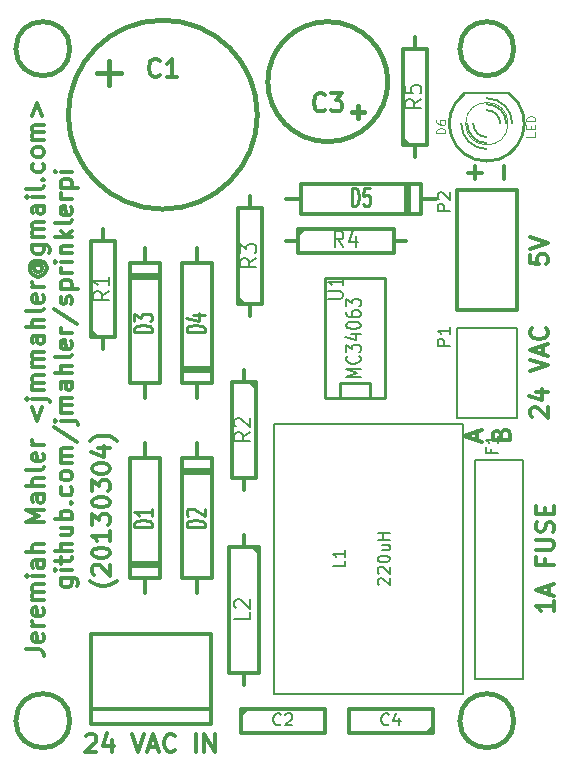
<source format=gto>
G04 (created by PCBNEW (2013-jul-07)-stable) date Tue 04 Mar 2014 03:18:45 PM PST*
%MOIN*%
G04 Gerber Fmt 3.4, Leading zero omitted, Abs format*
%FSLAX34Y34*%
G01*
G70*
G90*
G04 APERTURE LIST*
%ADD10C,0.00590551*%
%ADD11C,0.011811*%
%ADD12C,0.012*%
%ADD13C,0.008*%
%ADD14C,0.015*%
%ADD15C,0.01*%
%ADD16C,0.003*%
%ADD17C,0.006*%
%ADD18C,0.0035*%
G04 APERTURE END LIST*
G54D10*
G54D11*
X61064Y-39334D02*
X61035Y-39362D01*
X60951Y-39418D01*
X60895Y-39446D01*
X60810Y-39474D01*
X60670Y-39502D01*
X60557Y-39502D01*
X60417Y-39474D01*
X60332Y-39446D01*
X60276Y-39418D01*
X60192Y-39362D01*
X60164Y-39334D01*
X60304Y-39137D02*
X60276Y-39109D01*
X60248Y-39052D01*
X60248Y-38912D01*
X60276Y-38856D01*
X60304Y-38827D01*
X60360Y-38799D01*
X60417Y-38799D01*
X60501Y-38827D01*
X60839Y-39165D01*
X60839Y-38799D01*
X60248Y-38434D02*
X60248Y-38377D01*
X60276Y-38321D01*
X60304Y-38293D01*
X60360Y-38265D01*
X60473Y-38237D01*
X60614Y-38237D01*
X60726Y-38265D01*
X60782Y-38293D01*
X60810Y-38321D01*
X60839Y-38377D01*
X60839Y-38434D01*
X60810Y-38490D01*
X60782Y-38518D01*
X60726Y-38546D01*
X60614Y-38574D01*
X60473Y-38574D01*
X60360Y-38546D01*
X60304Y-38518D01*
X60276Y-38490D01*
X60248Y-38434D01*
X60839Y-37674D02*
X60839Y-38012D01*
X60839Y-37843D02*
X60248Y-37843D01*
X60332Y-37899D01*
X60389Y-37956D01*
X60417Y-38012D01*
X60248Y-37478D02*
X60248Y-37112D01*
X60473Y-37309D01*
X60473Y-37224D01*
X60501Y-37168D01*
X60529Y-37140D01*
X60585Y-37112D01*
X60726Y-37112D01*
X60782Y-37140D01*
X60810Y-37168D01*
X60839Y-37224D01*
X60839Y-37393D01*
X60810Y-37449D01*
X60782Y-37478D01*
X60248Y-36746D02*
X60248Y-36690D01*
X60276Y-36634D01*
X60304Y-36606D01*
X60360Y-36578D01*
X60473Y-36550D01*
X60614Y-36550D01*
X60726Y-36578D01*
X60782Y-36606D01*
X60810Y-36634D01*
X60839Y-36690D01*
X60839Y-36746D01*
X60810Y-36803D01*
X60782Y-36831D01*
X60726Y-36859D01*
X60614Y-36887D01*
X60473Y-36887D01*
X60360Y-36859D01*
X60304Y-36831D01*
X60276Y-36803D01*
X60248Y-36746D01*
X60248Y-36353D02*
X60248Y-35987D01*
X60473Y-36184D01*
X60473Y-36100D01*
X60501Y-36043D01*
X60529Y-36015D01*
X60585Y-35987D01*
X60726Y-35987D01*
X60782Y-36015D01*
X60810Y-36043D01*
X60839Y-36100D01*
X60839Y-36268D01*
X60810Y-36325D01*
X60782Y-36353D01*
X60248Y-35622D02*
X60248Y-35565D01*
X60276Y-35509D01*
X60304Y-35481D01*
X60360Y-35453D01*
X60473Y-35425D01*
X60614Y-35425D01*
X60726Y-35453D01*
X60782Y-35481D01*
X60810Y-35509D01*
X60839Y-35565D01*
X60839Y-35622D01*
X60810Y-35678D01*
X60782Y-35706D01*
X60726Y-35734D01*
X60614Y-35762D01*
X60473Y-35762D01*
X60360Y-35734D01*
X60304Y-35706D01*
X60276Y-35678D01*
X60248Y-35622D01*
X60445Y-34919D02*
X60839Y-34919D01*
X60220Y-35059D02*
X60642Y-35200D01*
X60642Y-34834D01*
X61064Y-34665D02*
X61035Y-34637D01*
X60951Y-34581D01*
X60895Y-34553D01*
X60810Y-34525D01*
X60670Y-34497D01*
X60557Y-34497D01*
X60417Y-34525D01*
X60332Y-34553D01*
X60276Y-34581D01*
X60192Y-34637D01*
X60164Y-34665D01*
X74848Y-28478D02*
X74848Y-28759D01*
X75129Y-28787D01*
X75101Y-28759D01*
X75073Y-28703D01*
X75073Y-28562D01*
X75101Y-28506D01*
X75129Y-28478D01*
X75185Y-28450D01*
X75326Y-28450D01*
X75382Y-28478D01*
X75410Y-28506D01*
X75439Y-28562D01*
X75439Y-28703D01*
X75410Y-28759D01*
X75382Y-28787D01*
X74848Y-28281D02*
X75439Y-28084D01*
X74848Y-27887D01*
X73070Y-34640D02*
X73070Y-34359D01*
X73239Y-34696D02*
X72648Y-34500D01*
X73239Y-34303D01*
X73874Y-34457D02*
X73902Y-34373D01*
X73930Y-34345D01*
X73987Y-34317D01*
X74071Y-34317D01*
X74127Y-34345D01*
X74155Y-34373D01*
X74183Y-34429D01*
X74183Y-34654D01*
X73593Y-34654D01*
X73593Y-34457D01*
X73621Y-34401D01*
X73649Y-34373D01*
X73705Y-34345D01*
X73762Y-34345D01*
X73818Y-34373D01*
X73846Y-34401D01*
X73874Y-34457D01*
X73874Y-34654D01*
X74904Y-33876D02*
X74876Y-33848D01*
X74848Y-33792D01*
X74848Y-33651D01*
X74876Y-33595D01*
X74904Y-33567D01*
X74960Y-33538D01*
X75017Y-33538D01*
X75101Y-33567D01*
X75439Y-33904D01*
X75439Y-33538D01*
X75045Y-33032D02*
X75439Y-33032D01*
X74820Y-33173D02*
X75242Y-33313D01*
X75242Y-32948D01*
X74848Y-32357D02*
X75439Y-32160D01*
X74848Y-31964D01*
X75270Y-31795D02*
X75270Y-31514D01*
X75439Y-31851D02*
X74848Y-31654D01*
X75439Y-31457D01*
X75382Y-30923D02*
X75410Y-30951D01*
X75439Y-31036D01*
X75439Y-31092D01*
X75410Y-31176D01*
X75354Y-31232D01*
X75298Y-31261D01*
X75185Y-31289D01*
X75101Y-31289D01*
X74989Y-31261D01*
X74932Y-31232D01*
X74876Y-31176D01*
X74848Y-31092D01*
X74848Y-31036D01*
X74876Y-30951D01*
X74904Y-30923D01*
X75639Y-40020D02*
X75639Y-40357D01*
X75639Y-40188D02*
X75048Y-40188D01*
X75132Y-40245D01*
X75189Y-40301D01*
X75217Y-40357D01*
X75470Y-39795D02*
X75470Y-39513D01*
X75639Y-39851D02*
X75048Y-39654D01*
X75639Y-39457D01*
X75329Y-38614D02*
X75329Y-38810D01*
X75639Y-38810D02*
X75048Y-38810D01*
X75048Y-38529D01*
X75048Y-38304D02*
X75526Y-38304D01*
X75582Y-38276D01*
X75610Y-38248D01*
X75639Y-38192D01*
X75639Y-38079D01*
X75610Y-38023D01*
X75582Y-37995D01*
X75526Y-37967D01*
X75048Y-37967D01*
X75610Y-37714D02*
X75639Y-37629D01*
X75639Y-37489D01*
X75610Y-37432D01*
X75582Y-37404D01*
X75526Y-37376D01*
X75470Y-37376D01*
X75414Y-37404D01*
X75385Y-37432D01*
X75357Y-37489D01*
X75329Y-37601D01*
X75301Y-37657D01*
X75273Y-37686D01*
X75217Y-37714D01*
X75160Y-37714D01*
X75104Y-37686D01*
X75076Y-37657D01*
X75048Y-37601D01*
X75048Y-37461D01*
X75076Y-37376D01*
X75329Y-37123D02*
X75329Y-36926D01*
X75639Y-36842D02*
X75639Y-37123D01*
X75048Y-37123D01*
X75048Y-36842D01*
X60048Y-44504D02*
X60076Y-44476D01*
X60133Y-44448D01*
X60273Y-44448D01*
X60329Y-44476D01*
X60358Y-44504D01*
X60386Y-44560D01*
X60386Y-44617D01*
X60358Y-44701D01*
X60020Y-45039D01*
X60386Y-45039D01*
X60892Y-44645D02*
X60892Y-45039D01*
X60751Y-44420D02*
X60611Y-44842D01*
X60976Y-44842D01*
X61567Y-44448D02*
X61764Y-45039D01*
X61960Y-44448D01*
X62129Y-44870D02*
X62410Y-44870D01*
X62073Y-45039D02*
X62270Y-44448D01*
X62467Y-45039D01*
X63001Y-44982D02*
X62973Y-45010D01*
X62888Y-45039D01*
X62832Y-45039D01*
X62748Y-45010D01*
X62692Y-44954D01*
X62664Y-44898D01*
X62635Y-44785D01*
X62635Y-44701D01*
X62664Y-44589D01*
X62692Y-44532D01*
X62748Y-44476D01*
X62832Y-44448D01*
X62888Y-44448D01*
X62973Y-44476D01*
X63001Y-44504D01*
X63704Y-45039D02*
X63704Y-44448D01*
X63985Y-45039D02*
X63985Y-44448D01*
X64323Y-45039D01*
X64323Y-44448D01*
X73014Y-25959D02*
X73014Y-25509D01*
X73239Y-25734D02*
X72789Y-25734D01*
X73958Y-25959D02*
X73958Y-25509D01*
X58048Y-41626D02*
X58470Y-41626D01*
X58554Y-41655D01*
X58610Y-41711D01*
X58639Y-41795D01*
X58639Y-41851D01*
X58610Y-41120D02*
X58639Y-41177D01*
X58639Y-41289D01*
X58610Y-41345D01*
X58554Y-41373D01*
X58329Y-41373D01*
X58273Y-41345D01*
X58245Y-41289D01*
X58245Y-41177D01*
X58273Y-41120D01*
X58329Y-41092D01*
X58385Y-41092D01*
X58442Y-41373D01*
X58639Y-40839D02*
X58245Y-40839D01*
X58357Y-40839D02*
X58301Y-40811D01*
X58273Y-40783D01*
X58245Y-40727D01*
X58245Y-40670D01*
X58610Y-40249D02*
X58639Y-40305D01*
X58639Y-40417D01*
X58610Y-40474D01*
X58554Y-40502D01*
X58329Y-40502D01*
X58273Y-40474D01*
X58245Y-40417D01*
X58245Y-40305D01*
X58273Y-40249D01*
X58329Y-40220D01*
X58385Y-40220D01*
X58442Y-40502D01*
X58639Y-39967D02*
X58245Y-39967D01*
X58301Y-39967D02*
X58273Y-39939D01*
X58245Y-39883D01*
X58245Y-39799D01*
X58273Y-39742D01*
X58329Y-39714D01*
X58639Y-39714D01*
X58329Y-39714D02*
X58273Y-39686D01*
X58245Y-39630D01*
X58245Y-39546D01*
X58273Y-39489D01*
X58329Y-39461D01*
X58639Y-39461D01*
X58639Y-39180D02*
X58245Y-39180D01*
X58048Y-39180D02*
X58076Y-39208D01*
X58104Y-39180D01*
X58076Y-39152D01*
X58048Y-39180D01*
X58104Y-39180D01*
X58639Y-38646D02*
X58329Y-38646D01*
X58273Y-38674D01*
X58245Y-38730D01*
X58245Y-38842D01*
X58273Y-38899D01*
X58610Y-38646D02*
X58639Y-38702D01*
X58639Y-38842D01*
X58610Y-38899D01*
X58554Y-38927D01*
X58498Y-38927D01*
X58442Y-38899D01*
X58414Y-38842D01*
X58414Y-38702D01*
X58385Y-38646D01*
X58639Y-38364D02*
X58048Y-38364D01*
X58639Y-38111D02*
X58329Y-38111D01*
X58273Y-38139D01*
X58245Y-38196D01*
X58245Y-38280D01*
X58273Y-38336D01*
X58301Y-38364D01*
X58639Y-37380D02*
X58048Y-37380D01*
X58470Y-37183D01*
X58048Y-36986D01*
X58639Y-36986D01*
X58639Y-36452D02*
X58329Y-36452D01*
X58273Y-36480D01*
X58245Y-36537D01*
X58245Y-36649D01*
X58273Y-36705D01*
X58610Y-36452D02*
X58639Y-36508D01*
X58639Y-36649D01*
X58610Y-36705D01*
X58554Y-36733D01*
X58498Y-36733D01*
X58442Y-36705D01*
X58414Y-36649D01*
X58414Y-36508D01*
X58385Y-36452D01*
X58639Y-36171D02*
X58048Y-36171D01*
X58639Y-35918D02*
X58329Y-35918D01*
X58273Y-35946D01*
X58245Y-36002D01*
X58245Y-36087D01*
X58273Y-36143D01*
X58301Y-36171D01*
X58639Y-35552D02*
X58610Y-35608D01*
X58554Y-35637D01*
X58048Y-35637D01*
X58610Y-35102D02*
X58639Y-35159D01*
X58639Y-35271D01*
X58610Y-35327D01*
X58554Y-35355D01*
X58329Y-35355D01*
X58273Y-35327D01*
X58245Y-35271D01*
X58245Y-35159D01*
X58273Y-35102D01*
X58329Y-35074D01*
X58385Y-35074D01*
X58442Y-35355D01*
X58639Y-34821D02*
X58245Y-34821D01*
X58357Y-34821D02*
X58301Y-34793D01*
X58273Y-34765D01*
X58245Y-34709D01*
X58245Y-34652D01*
X58245Y-33556D02*
X58414Y-34006D01*
X58582Y-33556D01*
X58245Y-33274D02*
X58751Y-33274D01*
X58807Y-33303D01*
X58835Y-33359D01*
X58835Y-33387D01*
X58048Y-33274D02*
X58076Y-33303D01*
X58104Y-33274D01*
X58076Y-33246D01*
X58048Y-33274D01*
X58104Y-33274D01*
X58639Y-32993D02*
X58245Y-32993D01*
X58301Y-32993D02*
X58273Y-32965D01*
X58245Y-32909D01*
X58245Y-32824D01*
X58273Y-32768D01*
X58329Y-32740D01*
X58639Y-32740D01*
X58329Y-32740D02*
X58273Y-32712D01*
X58245Y-32656D01*
X58245Y-32571D01*
X58273Y-32515D01*
X58329Y-32487D01*
X58639Y-32487D01*
X58639Y-32206D02*
X58245Y-32206D01*
X58301Y-32206D02*
X58273Y-32178D01*
X58245Y-32121D01*
X58245Y-32037D01*
X58273Y-31981D01*
X58329Y-31953D01*
X58639Y-31953D01*
X58329Y-31953D02*
X58273Y-31925D01*
X58245Y-31868D01*
X58245Y-31784D01*
X58273Y-31728D01*
X58329Y-31700D01*
X58639Y-31700D01*
X58639Y-31165D02*
X58329Y-31165D01*
X58273Y-31193D01*
X58245Y-31250D01*
X58245Y-31362D01*
X58273Y-31418D01*
X58610Y-31165D02*
X58639Y-31222D01*
X58639Y-31362D01*
X58610Y-31418D01*
X58554Y-31447D01*
X58498Y-31447D01*
X58442Y-31418D01*
X58414Y-31362D01*
X58414Y-31222D01*
X58385Y-31165D01*
X58639Y-30884D02*
X58048Y-30884D01*
X58639Y-30631D02*
X58329Y-30631D01*
X58273Y-30659D01*
X58245Y-30715D01*
X58245Y-30800D01*
X58273Y-30856D01*
X58301Y-30884D01*
X58639Y-30265D02*
X58610Y-30322D01*
X58554Y-30350D01*
X58048Y-30350D01*
X58610Y-29815D02*
X58639Y-29872D01*
X58639Y-29984D01*
X58610Y-30040D01*
X58554Y-30069D01*
X58329Y-30069D01*
X58273Y-30040D01*
X58245Y-29984D01*
X58245Y-29872D01*
X58273Y-29815D01*
X58329Y-29787D01*
X58385Y-29787D01*
X58442Y-30069D01*
X58639Y-29534D02*
X58245Y-29534D01*
X58357Y-29534D02*
X58301Y-29506D01*
X58273Y-29478D01*
X58245Y-29422D01*
X58245Y-29366D01*
X58357Y-28803D02*
X58329Y-28831D01*
X58301Y-28887D01*
X58301Y-28944D01*
X58329Y-29000D01*
X58357Y-29028D01*
X58414Y-29056D01*
X58470Y-29056D01*
X58526Y-29028D01*
X58554Y-29000D01*
X58582Y-28944D01*
X58582Y-28887D01*
X58554Y-28831D01*
X58526Y-28803D01*
X58301Y-28803D02*
X58526Y-28803D01*
X58554Y-28775D01*
X58554Y-28747D01*
X58526Y-28691D01*
X58470Y-28662D01*
X58329Y-28662D01*
X58245Y-28719D01*
X58189Y-28803D01*
X58160Y-28916D01*
X58189Y-29028D01*
X58245Y-29112D01*
X58329Y-29169D01*
X58442Y-29197D01*
X58554Y-29169D01*
X58639Y-29112D01*
X58695Y-29028D01*
X58723Y-28916D01*
X58695Y-28803D01*
X58639Y-28719D01*
X58245Y-28156D02*
X58723Y-28156D01*
X58779Y-28184D01*
X58807Y-28213D01*
X58835Y-28269D01*
X58835Y-28353D01*
X58807Y-28409D01*
X58610Y-28156D02*
X58639Y-28213D01*
X58639Y-28325D01*
X58610Y-28381D01*
X58582Y-28409D01*
X58526Y-28438D01*
X58357Y-28438D01*
X58301Y-28409D01*
X58273Y-28381D01*
X58245Y-28325D01*
X58245Y-28213D01*
X58273Y-28156D01*
X58639Y-27875D02*
X58245Y-27875D01*
X58301Y-27875D02*
X58273Y-27847D01*
X58245Y-27791D01*
X58245Y-27706D01*
X58273Y-27650D01*
X58329Y-27622D01*
X58639Y-27622D01*
X58329Y-27622D02*
X58273Y-27594D01*
X58245Y-27538D01*
X58245Y-27453D01*
X58273Y-27397D01*
X58329Y-27369D01*
X58639Y-27369D01*
X58639Y-26835D02*
X58329Y-26835D01*
X58273Y-26863D01*
X58245Y-26919D01*
X58245Y-27031D01*
X58273Y-27088D01*
X58610Y-26835D02*
X58639Y-26891D01*
X58639Y-27031D01*
X58610Y-27088D01*
X58554Y-27116D01*
X58498Y-27116D01*
X58442Y-27088D01*
X58414Y-27031D01*
X58414Y-26891D01*
X58385Y-26835D01*
X58639Y-26553D02*
X58245Y-26553D01*
X58048Y-26553D02*
X58076Y-26582D01*
X58104Y-26553D01*
X58076Y-26525D01*
X58048Y-26553D01*
X58104Y-26553D01*
X58639Y-26188D02*
X58610Y-26244D01*
X58554Y-26272D01*
X58048Y-26272D01*
X58582Y-25963D02*
X58610Y-25935D01*
X58639Y-25963D01*
X58610Y-25991D01*
X58582Y-25963D01*
X58639Y-25963D01*
X58610Y-25429D02*
X58639Y-25485D01*
X58639Y-25597D01*
X58610Y-25653D01*
X58582Y-25682D01*
X58526Y-25710D01*
X58357Y-25710D01*
X58301Y-25682D01*
X58273Y-25653D01*
X58245Y-25597D01*
X58245Y-25485D01*
X58273Y-25429D01*
X58639Y-25091D02*
X58610Y-25147D01*
X58582Y-25175D01*
X58526Y-25204D01*
X58357Y-25204D01*
X58301Y-25175D01*
X58273Y-25147D01*
X58245Y-25091D01*
X58245Y-25007D01*
X58273Y-24950D01*
X58301Y-24922D01*
X58357Y-24894D01*
X58526Y-24894D01*
X58582Y-24922D01*
X58610Y-24950D01*
X58639Y-25007D01*
X58639Y-25091D01*
X58639Y-24641D02*
X58245Y-24641D01*
X58301Y-24641D02*
X58273Y-24613D01*
X58245Y-24557D01*
X58245Y-24472D01*
X58273Y-24416D01*
X58329Y-24388D01*
X58639Y-24388D01*
X58329Y-24388D02*
X58273Y-24360D01*
X58245Y-24304D01*
X58245Y-24219D01*
X58273Y-24163D01*
X58329Y-24135D01*
X58639Y-24135D01*
X58245Y-23854D02*
X58414Y-23404D01*
X58582Y-23854D01*
X59190Y-39250D02*
X59668Y-39250D01*
X59724Y-39278D01*
X59752Y-39306D01*
X59780Y-39363D01*
X59780Y-39447D01*
X59752Y-39503D01*
X59555Y-39250D02*
X59583Y-39306D01*
X59583Y-39419D01*
X59555Y-39475D01*
X59527Y-39503D01*
X59471Y-39531D01*
X59302Y-39531D01*
X59246Y-39503D01*
X59218Y-39475D01*
X59190Y-39419D01*
X59190Y-39306D01*
X59218Y-39250D01*
X59583Y-38969D02*
X59190Y-38969D01*
X58993Y-38969D02*
X59021Y-38997D01*
X59049Y-38969D01*
X59021Y-38941D01*
X58993Y-38969D01*
X59049Y-38969D01*
X59190Y-38772D02*
X59190Y-38547D01*
X58993Y-38688D02*
X59499Y-38688D01*
X59555Y-38660D01*
X59583Y-38603D01*
X59583Y-38547D01*
X59583Y-38350D02*
X58993Y-38350D01*
X59583Y-38097D02*
X59274Y-38097D01*
X59218Y-38125D01*
X59190Y-38182D01*
X59190Y-38266D01*
X59218Y-38322D01*
X59246Y-38350D01*
X59190Y-37563D02*
X59583Y-37563D01*
X59190Y-37816D02*
X59499Y-37816D01*
X59555Y-37788D01*
X59583Y-37732D01*
X59583Y-37647D01*
X59555Y-37591D01*
X59527Y-37563D01*
X59583Y-37282D02*
X58993Y-37282D01*
X59218Y-37282D02*
X59190Y-37225D01*
X59190Y-37113D01*
X59218Y-37057D01*
X59246Y-37029D01*
X59302Y-37001D01*
X59471Y-37001D01*
X59527Y-37029D01*
X59555Y-37057D01*
X59583Y-37113D01*
X59583Y-37225D01*
X59555Y-37282D01*
X59527Y-36747D02*
X59555Y-36719D01*
X59583Y-36747D01*
X59555Y-36776D01*
X59527Y-36747D01*
X59583Y-36747D01*
X59555Y-36213D02*
X59583Y-36269D01*
X59583Y-36382D01*
X59555Y-36438D01*
X59527Y-36466D01*
X59471Y-36494D01*
X59302Y-36494D01*
X59246Y-36466D01*
X59218Y-36438D01*
X59190Y-36382D01*
X59190Y-36269D01*
X59218Y-36213D01*
X59583Y-35876D02*
X59555Y-35932D01*
X59527Y-35960D01*
X59471Y-35988D01*
X59302Y-35988D01*
X59246Y-35960D01*
X59218Y-35932D01*
X59190Y-35876D01*
X59190Y-35791D01*
X59218Y-35735D01*
X59246Y-35707D01*
X59302Y-35679D01*
X59471Y-35679D01*
X59527Y-35707D01*
X59555Y-35735D01*
X59583Y-35791D01*
X59583Y-35876D01*
X59583Y-35426D02*
X59190Y-35426D01*
X59246Y-35426D02*
X59218Y-35398D01*
X59190Y-35341D01*
X59190Y-35257D01*
X59218Y-35201D01*
X59274Y-35173D01*
X59583Y-35173D01*
X59274Y-35173D02*
X59218Y-35144D01*
X59190Y-35088D01*
X59190Y-35004D01*
X59218Y-34948D01*
X59274Y-34920D01*
X59583Y-34920D01*
X58965Y-34216D02*
X59724Y-34723D01*
X59190Y-34020D02*
X59696Y-34020D01*
X59752Y-34048D01*
X59780Y-34104D01*
X59780Y-34132D01*
X58993Y-34020D02*
X59021Y-34048D01*
X59049Y-34020D01*
X59021Y-33992D01*
X58993Y-34020D01*
X59049Y-34020D01*
X59583Y-33738D02*
X59190Y-33738D01*
X59246Y-33738D02*
X59218Y-33710D01*
X59190Y-33654D01*
X59190Y-33570D01*
X59218Y-33513D01*
X59274Y-33485D01*
X59583Y-33485D01*
X59274Y-33485D02*
X59218Y-33457D01*
X59190Y-33401D01*
X59190Y-33317D01*
X59218Y-33260D01*
X59274Y-33232D01*
X59583Y-33232D01*
X59583Y-32698D02*
X59274Y-32698D01*
X59218Y-32726D01*
X59190Y-32782D01*
X59190Y-32895D01*
X59218Y-32951D01*
X59555Y-32698D02*
X59583Y-32754D01*
X59583Y-32895D01*
X59555Y-32951D01*
X59499Y-32979D01*
X59443Y-32979D01*
X59387Y-32951D01*
X59358Y-32895D01*
X59358Y-32754D01*
X59330Y-32698D01*
X59583Y-32417D02*
X58993Y-32417D01*
X59583Y-32164D02*
X59274Y-32164D01*
X59218Y-32192D01*
X59190Y-32248D01*
X59190Y-32332D01*
X59218Y-32389D01*
X59246Y-32417D01*
X59583Y-31798D02*
X59555Y-31854D01*
X59499Y-31882D01*
X58993Y-31882D01*
X59555Y-31348D02*
X59583Y-31404D01*
X59583Y-31517D01*
X59555Y-31573D01*
X59499Y-31601D01*
X59274Y-31601D01*
X59218Y-31573D01*
X59190Y-31517D01*
X59190Y-31404D01*
X59218Y-31348D01*
X59274Y-31320D01*
X59330Y-31320D01*
X59387Y-31601D01*
X59583Y-31067D02*
X59190Y-31067D01*
X59302Y-31067D02*
X59246Y-31039D01*
X59218Y-31011D01*
X59190Y-30954D01*
X59190Y-30898D01*
X58965Y-30279D02*
X59724Y-30786D01*
X59555Y-30111D02*
X59583Y-30055D01*
X59583Y-29942D01*
X59555Y-29886D01*
X59499Y-29858D01*
X59471Y-29858D01*
X59415Y-29886D01*
X59387Y-29942D01*
X59387Y-30026D01*
X59358Y-30083D01*
X59302Y-30111D01*
X59274Y-30111D01*
X59218Y-30083D01*
X59190Y-30026D01*
X59190Y-29942D01*
X59218Y-29886D01*
X59190Y-29605D02*
X59780Y-29605D01*
X59218Y-29605D02*
X59190Y-29548D01*
X59190Y-29436D01*
X59218Y-29380D01*
X59246Y-29351D01*
X59302Y-29323D01*
X59471Y-29323D01*
X59527Y-29351D01*
X59555Y-29380D01*
X59583Y-29436D01*
X59583Y-29548D01*
X59555Y-29605D01*
X59583Y-29070D02*
X59190Y-29070D01*
X59302Y-29070D02*
X59246Y-29042D01*
X59218Y-29014D01*
X59190Y-28958D01*
X59190Y-28902D01*
X59583Y-28705D02*
X59190Y-28705D01*
X58993Y-28705D02*
X59021Y-28733D01*
X59049Y-28705D01*
X59021Y-28677D01*
X58993Y-28705D01*
X59049Y-28705D01*
X59190Y-28423D02*
X59583Y-28423D01*
X59246Y-28423D02*
X59218Y-28395D01*
X59190Y-28339D01*
X59190Y-28255D01*
X59218Y-28198D01*
X59274Y-28170D01*
X59583Y-28170D01*
X59583Y-27889D02*
X58993Y-27889D01*
X59358Y-27833D02*
X59583Y-27664D01*
X59190Y-27664D02*
X59415Y-27889D01*
X59583Y-27327D02*
X59555Y-27383D01*
X59499Y-27411D01*
X58993Y-27411D01*
X59555Y-26877D02*
X59583Y-26933D01*
X59583Y-27046D01*
X59555Y-27102D01*
X59499Y-27130D01*
X59274Y-27130D01*
X59218Y-27102D01*
X59190Y-27046D01*
X59190Y-26933D01*
X59218Y-26877D01*
X59274Y-26849D01*
X59330Y-26849D01*
X59387Y-27130D01*
X59583Y-26596D02*
X59190Y-26596D01*
X59302Y-26596D02*
X59246Y-26567D01*
X59218Y-26539D01*
X59190Y-26483D01*
X59190Y-26427D01*
X59190Y-26230D02*
X59780Y-26230D01*
X59218Y-26230D02*
X59190Y-26174D01*
X59190Y-26061D01*
X59218Y-26005D01*
X59246Y-25977D01*
X59302Y-25949D01*
X59471Y-25949D01*
X59527Y-25977D01*
X59555Y-26005D01*
X59583Y-26061D01*
X59583Y-26174D01*
X59555Y-26230D01*
X59583Y-25696D02*
X59190Y-25696D01*
X58993Y-25696D02*
X59021Y-25724D01*
X59049Y-25696D01*
X59021Y-25668D01*
X58993Y-25696D01*
X59049Y-25696D01*
G54D10*
X66300Y-38600D02*
X66300Y-34100D01*
X66300Y-34100D02*
X72600Y-34100D01*
X72600Y-34100D02*
X72600Y-43100D01*
X72600Y-43100D02*
X66300Y-43100D01*
X66300Y-43100D02*
X66300Y-38600D01*
G54D12*
X65300Y-32300D02*
X65300Y-32700D01*
X65300Y-32700D02*
X65700Y-32700D01*
X65700Y-32700D02*
X65700Y-35900D01*
X65700Y-35900D02*
X64900Y-35900D01*
X64900Y-35900D02*
X64900Y-32700D01*
X64900Y-32700D02*
X65300Y-32700D01*
X65500Y-32700D02*
X65700Y-32900D01*
X65300Y-36300D02*
X65300Y-35900D01*
G54D13*
X74400Y-30900D02*
X74400Y-33900D01*
X72400Y-33900D02*
X72400Y-30900D01*
X72400Y-30900D02*
X74400Y-30900D01*
X74400Y-33900D02*
X72400Y-33900D01*
G54D14*
X69100Y-23900D02*
X69100Y-23500D01*
X69300Y-23700D02*
X68900Y-23700D01*
X70100Y-22700D02*
G75*
G03X70100Y-22700I-2000J0D01*
G74*
G01*
G54D15*
X68500Y-33250D02*
X68500Y-32750D01*
X68500Y-32750D02*
X69500Y-32750D01*
X69500Y-32750D02*
X69500Y-33250D01*
X68000Y-33250D02*
X68000Y-29250D01*
X68000Y-29250D02*
X70000Y-29250D01*
X70000Y-29250D02*
X70000Y-33250D01*
X70000Y-33250D02*
X68000Y-33250D01*
G54D12*
X71700Y-26600D02*
X71200Y-26600D01*
X71200Y-26600D02*
X71200Y-26100D01*
X71200Y-26100D02*
X67200Y-26100D01*
X67200Y-26100D02*
X67200Y-26600D01*
X67200Y-26600D02*
X66700Y-26600D01*
X67200Y-26600D02*
X67200Y-27100D01*
X67200Y-27100D02*
X71200Y-27100D01*
X71200Y-27100D02*
X71200Y-26600D01*
X70700Y-26100D02*
X70700Y-27100D01*
X70800Y-26100D02*
X70800Y-27100D01*
X62000Y-39750D02*
X62000Y-39250D01*
X62000Y-39250D02*
X62500Y-39250D01*
X62500Y-39250D02*
X62500Y-35250D01*
X62500Y-35250D02*
X62000Y-35250D01*
X62000Y-35250D02*
X62000Y-34750D01*
X62000Y-35250D02*
X61500Y-35250D01*
X61500Y-35250D02*
X61500Y-39250D01*
X61500Y-39250D02*
X62000Y-39250D01*
X62500Y-38750D02*
X61500Y-38750D01*
X62500Y-38850D02*
X61500Y-38850D01*
X63750Y-33250D02*
X63750Y-32750D01*
X63750Y-32750D02*
X64250Y-32750D01*
X64250Y-32750D02*
X64250Y-28750D01*
X64250Y-28750D02*
X63750Y-28750D01*
X63750Y-28750D02*
X63750Y-28250D01*
X63750Y-28750D02*
X63250Y-28750D01*
X63250Y-28750D02*
X63250Y-32750D01*
X63250Y-32750D02*
X63750Y-32750D01*
X64250Y-32250D02*
X63250Y-32250D01*
X64250Y-32350D02*
X63250Y-32350D01*
X62000Y-28250D02*
X62000Y-28750D01*
X62000Y-28750D02*
X61500Y-28750D01*
X61500Y-28750D02*
X61500Y-32750D01*
X61500Y-32750D02*
X62000Y-32750D01*
X62000Y-32750D02*
X62000Y-33250D01*
X62000Y-32750D02*
X62500Y-32750D01*
X62500Y-32750D02*
X62500Y-28750D01*
X62500Y-28750D02*
X62000Y-28750D01*
X61500Y-29250D02*
X62500Y-29250D01*
X61500Y-29150D02*
X62500Y-29150D01*
X63750Y-34750D02*
X63750Y-35250D01*
X63750Y-35250D02*
X63250Y-35250D01*
X63250Y-35250D02*
X63250Y-39250D01*
X63250Y-39250D02*
X63750Y-39250D01*
X63750Y-39250D02*
X63750Y-39750D01*
X63750Y-39250D02*
X64250Y-39250D01*
X64250Y-39250D02*
X64250Y-35250D01*
X64250Y-35250D02*
X63750Y-35250D01*
X63250Y-35750D02*
X64250Y-35750D01*
X63250Y-35650D02*
X64250Y-35650D01*
G54D14*
X60400Y-22400D02*
X61200Y-22400D01*
X60800Y-22000D02*
X60800Y-22800D01*
X65750Y-23800D02*
G75*
G03X65750Y-23800I-3150J0D01*
G74*
G01*
X59500Y-21600D02*
G75*
G03X59500Y-21600I-900J0D01*
G74*
G01*
X59500Y-44000D02*
G75*
G03X59500Y-44000I-900J0D01*
G74*
G01*
X74300Y-21600D02*
G75*
G03X74300Y-21600I-900J0D01*
G74*
G01*
X74300Y-44000D02*
G75*
G03X74300Y-44000I-900J0D01*
G74*
G01*
G54D12*
X65500Y-30500D02*
X65500Y-30100D01*
X65500Y-30100D02*
X65100Y-30100D01*
X65100Y-30100D02*
X65100Y-26900D01*
X65100Y-26900D02*
X65900Y-26900D01*
X65900Y-26900D02*
X65900Y-30100D01*
X65900Y-30100D02*
X65500Y-30100D01*
X65300Y-30100D02*
X65100Y-29900D01*
X65500Y-26500D02*
X65500Y-26900D01*
X66700Y-28000D02*
X67100Y-28000D01*
X67100Y-28000D02*
X67100Y-27600D01*
X67100Y-27600D02*
X70300Y-27600D01*
X70300Y-27600D02*
X70300Y-28400D01*
X70300Y-28400D02*
X67100Y-28400D01*
X67100Y-28400D02*
X67100Y-28000D01*
X67100Y-27800D02*
X67300Y-27600D01*
X70700Y-28000D02*
X70300Y-28000D01*
X60600Y-31600D02*
X60600Y-31200D01*
X60600Y-31200D02*
X60200Y-31200D01*
X60200Y-31200D02*
X60200Y-28000D01*
X60200Y-28000D02*
X61000Y-28000D01*
X61000Y-28000D02*
X61000Y-31200D01*
X61000Y-31200D02*
X60600Y-31200D01*
X60400Y-31200D02*
X60200Y-31000D01*
X60600Y-27600D02*
X60600Y-28000D01*
X65300Y-37800D02*
X65300Y-38200D01*
X65300Y-42800D02*
X65300Y-42400D01*
X65800Y-42400D02*
X64800Y-42400D01*
X64800Y-42400D02*
X64800Y-38200D01*
X64800Y-38200D02*
X65800Y-38200D01*
X65800Y-38200D02*
X65800Y-42400D01*
X65600Y-38200D02*
X65800Y-38400D01*
G54D10*
X73000Y-35300D02*
X74600Y-35300D01*
X74600Y-35300D02*
X74600Y-42600D01*
X74600Y-42600D02*
X73000Y-42600D01*
X73000Y-42600D02*
X73000Y-35300D01*
G54D12*
X65200Y-43600D02*
X68000Y-43600D01*
X68000Y-43600D02*
X68000Y-44400D01*
X68000Y-44400D02*
X65200Y-44400D01*
X65200Y-44400D02*
X65200Y-43600D01*
X65200Y-43800D02*
X65400Y-43600D01*
X71600Y-44400D02*
X68800Y-44400D01*
X68800Y-44400D02*
X68800Y-43600D01*
X68800Y-43600D02*
X71600Y-43600D01*
X71600Y-43600D02*
X71600Y-44400D01*
X71600Y-44200D02*
X71400Y-44400D01*
X72400Y-30300D02*
X72400Y-26300D01*
X72400Y-26300D02*
X74400Y-26300D01*
X74400Y-26300D02*
X74400Y-30300D01*
X74400Y-30300D02*
X72400Y-30300D01*
X64200Y-43600D02*
X60200Y-43600D01*
X64200Y-44100D02*
X64200Y-41100D01*
X64200Y-41100D02*
X60200Y-41100D01*
X60200Y-41100D02*
X60200Y-44100D01*
X60200Y-44100D02*
X64200Y-44100D01*
X71000Y-25200D02*
X71000Y-24800D01*
X71000Y-24800D02*
X70600Y-24800D01*
X70600Y-24800D02*
X70600Y-21600D01*
X70600Y-21600D02*
X71400Y-21600D01*
X71400Y-21600D02*
X71400Y-24800D01*
X71400Y-24800D02*
X71000Y-24800D01*
X70800Y-24800D02*
X70600Y-24600D01*
X71000Y-21200D02*
X71000Y-21600D01*
G54D13*
X74150Y-23080D02*
X72650Y-23080D01*
G54D16*
X74107Y-24100D02*
G75*
G03X74107Y-24100I-707J0D01*
G74*
G01*
G54D15*
X72649Y-23100D02*
G75*
G03X74150Y-23100I750J-999D01*
G74*
G01*
G54D17*
X72950Y-24100D02*
G75*
G03X73400Y-24550I450J0D01*
G74*
G01*
X73850Y-24100D02*
G75*
G03X73400Y-23650I-450J0D01*
G74*
G01*
X72750Y-24100D02*
G75*
G03X73400Y-24750I650J0D01*
G74*
G01*
X74050Y-24100D02*
G75*
G03X73400Y-23450I-650J0D01*
G74*
G01*
X72550Y-24100D02*
G75*
G03X73400Y-24950I850J0D01*
G74*
G01*
X74250Y-24100D02*
G75*
G03X73400Y-23250I-850J0D01*
G74*
G01*
G54D10*
X68659Y-38665D02*
X68659Y-38853D01*
X68265Y-38853D01*
X68659Y-38328D02*
X68659Y-38553D01*
X68659Y-38440D02*
X68265Y-38440D01*
X68321Y-38478D01*
X68359Y-38515D01*
X68378Y-38553D01*
X69803Y-39471D02*
X69784Y-39453D01*
X69765Y-39415D01*
X69765Y-39321D01*
X69784Y-39284D01*
X69803Y-39265D01*
X69840Y-39246D01*
X69878Y-39246D01*
X69934Y-39265D01*
X70159Y-39490D01*
X70159Y-39246D01*
X69803Y-39096D02*
X69784Y-39078D01*
X69765Y-39040D01*
X69765Y-38946D01*
X69784Y-38909D01*
X69803Y-38890D01*
X69840Y-38871D01*
X69878Y-38871D01*
X69934Y-38890D01*
X70159Y-39115D01*
X70159Y-38871D01*
X69765Y-38628D02*
X69765Y-38590D01*
X69784Y-38553D01*
X69803Y-38534D01*
X69840Y-38515D01*
X69915Y-38496D01*
X70009Y-38496D01*
X70084Y-38515D01*
X70121Y-38534D01*
X70140Y-38553D01*
X70159Y-38590D01*
X70159Y-38628D01*
X70140Y-38665D01*
X70121Y-38684D01*
X70084Y-38703D01*
X70009Y-38721D01*
X69915Y-38721D01*
X69840Y-38703D01*
X69803Y-38684D01*
X69784Y-38665D01*
X69765Y-38628D01*
X69896Y-38159D02*
X70159Y-38159D01*
X69896Y-38328D02*
X70103Y-38328D01*
X70140Y-38309D01*
X70159Y-38271D01*
X70159Y-38215D01*
X70140Y-38178D01*
X70121Y-38159D01*
X70159Y-37971D02*
X69765Y-37971D01*
X69953Y-37971D02*
X69953Y-37746D01*
X70159Y-37746D02*
X69765Y-37746D01*
G54D13*
X65522Y-34383D02*
X65260Y-34550D01*
X65522Y-34669D02*
X64972Y-34669D01*
X64972Y-34478D01*
X64998Y-34430D01*
X65025Y-34407D01*
X65077Y-34383D01*
X65155Y-34383D01*
X65208Y-34407D01*
X65234Y-34430D01*
X65260Y-34478D01*
X65260Y-34669D01*
X65025Y-34192D02*
X64998Y-34169D01*
X64972Y-34121D01*
X64972Y-34002D01*
X64998Y-33954D01*
X65025Y-33930D01*
X65077Y-33907D01*
X65129Y-33907D01*
X65208Y-33930D01*
X65522Y-34216D01*
X65522Y-33907D01*
X72161Y-31495D02*
X71761Y-31495D01*
X71761Y-31342D01*
X71780Y-31304D01*
X71800Y-31285D01*
X71838Y-31266D01*
X71895Y-31266D01*
X71933Y-31285D01*
X71952Y-31304D01*
X71971Y-31342D01*
X71971Y-31495D01*
X72161Y-30885D02*
X72161Y-31114D01*
X72161Y-30999D02*
X71761Y-30999D01*
X71819Y-31038D01*
X71857Y-31076D01*
X71876Y-31114D01*
G54D12*
X68000Y-23635D02*
X67971Y-23664D01*
X67885Y-23692D01*
X67828Y-23692D01*
X67742Y-23664D01*
X67685Y-23607D01*
X67657Y-23550D01*
X67628Y-23435D01*
X67628Y-23350D01*
X67657Y-23235D01*
X67685Y-23178D01*
X67742Y-23121D01*
X67828Y-23092D01*
X67885Y-23092D01*
X67971Y-23121D01*
X68000Y-23150D01*
X68200Y-23092D02*
X68571Y-23092D01*
X68371Y-23321D01*
X68457Y-23321D01*
X68514Y-23350D01*
X68542Y-23378D01*
X68571Y-23435D01*
X68571Y-23578D01*
X68542Y-23635D01*
X68514Y-23664D01*
X68457Y-23692D01*
X68285Y-23692D01*
X68228Y-23664D01*
X68200Y-23635D01*
G54D13*
X68102Y-29942D02*
X68507Y-29942D01*
X68554Y-29921D01*
X68578Y-29900D01*
X68602Y-29857D01*
X68602Y-29771D01*
X68578Y-29728D01*
X68554Y-29707D01*
X68507Y-29685D01*
X68102Y-29685D01*
X68602Y-29235D02*
X68602Y-29492D01*
X68602Y-29364D02*
X68102Y-29364D01*
X68173Y-29407D01*
X68221Y-29450D01*
X68245Y-29492D01*
X69202Y-32535D02*
X68702Y-32535D01*
X69059Y-32402D01*
X68702Y-32269D01*
X69202Y-32269D01*
X69154Y-31850D02*
X69178Y-31869D01*
X69202Y-31926D01*
X69202Y-31964D01*
X69178Y-32021D01*
X69130Y-32059D01*
X69083Y-32078D01*
X68988Y-32097D01*
X68916Y-32097D01*
X68821Y-32078D01*
X68773Y-32059D01*
X68726Y-32021D01*
X68702Y-31964D01*
X68702Y-31926D01*
X68726Y-31869D01*
X68750Y-31850D01*
X68702Y-31716D02*
X68702Y-31469D01*
X68892Y-31602D01*
X68892Y-31545D01*
X68916Y-31507D01*
X68940Y-31488D01*
X68988Y-31469D01*
X69107Y-31469D01*
X69154Y-31488D01*
X69178Y-31507D01*
X69202Y-31545D01*
X69202Y-31659D01*
X69178Y-31697D01*
X69154Y-31716D01*
X68869Y-31126D02*
X69202Y-31126D01*
X68678Y-31221D02*
X69035Y-31316D01*
X69035Y-31069D01*
X68702Y-30840D02*
X68702Y-30802D01*
X68726Y-30764D01*
X68750Y-30745D01*
X68797Y-30726D01*
X68892Y-30707D01*
X69011Y-30707D01*
X69107Y-30726D01*
X69154Y-30745D01*
X69178Y-30764D01*
X69202Y-30802D01*
X69202Y-30840D01*
X69178Y-30878D01*
X69154Y-30897D01*
X69107Y-30916D01*
X69011Y-30935D01*
X68892Y-30935D01*
X68797Y-30916D01*
X68750Y-30897D01*
X68726Y-30878D01*
X68702Y-30840D01*
X68702Y-30364D02*
X68702Y-30440D01*
X68726Y-30478D01*
X68750Y-30497D01*
X68821Y-30535D01*
X68916Y-30554D01*
X69107Y-30554D01*
X69154Y-30535D01*
X69178Y-30516D01*
X69202Y-30478D01*
X69202Y-30402D01*
X69178Y-30364D01*
X69154Y-30345D01*
X69107Y-30326D01*
X68988Y-30326D01*
X68940Y-30345D01*
X68916Y-30364D01*
X68892Y-30402D01*
X68892Y-30478D01*
X68916Y-30516D01*
X68940Y-30535D01*
X68988Y-30554D01*
X68702Y-30192D02*
X68702Y-29945D01*
X68892Y-30078D01*
X68892Y-30021D01*
X68916Y-29983D01*
X68940Y-29964D01*
X68988Y-29945D01*
X69107Y-29945D01*
X69154Y-29964D01*
X69178Y-29983D01*
X69202Y-30021D01*
X69202Y-30135D01*
X69178Y-30173D01*
X69154Y-30192D01*
G54D15*
X68904Y-26842D02*
X68904Y-26242D01*
X69000Y-26242D01*
X69057Y-26271D01*
X69095Y-26328D01*
X69114Y-26385D01*
X69133Y-26500D01*
X69133Y-26585D01*
X69114Y-26700D01*
X69095Y-26757D01*
X69057Y-26814D01*
X69000Y-26842D01*
X68904Y-26842D01*
X69495Y-26242D02*
X69304Y-26242D01*
X69285Y-26528D01*
X69304Y-26500D01*
X69342Y-26471D01*
X69438Y-26471D01*
X69476Y-26500D01*
X69495Y-26528D01*
X69514Y-26585D01*
X69514Y-26728D01*
X69495Y-26785D01*
X69476Y-26814D01*
X69438Y-26842D01*
X69342Y-26842D01*
X69304Y-26814D01*
X69285Y-26785D01*
G54D12*
G54D15*
X62242Y-37545D02*
X61642Y-37545D01*
X61642Y-37449D01*
X61671Y-37392D01*
X61728Y-37354D01*
X61785Y-37335D01*
X61900Y-37316D01*
X61985Y-37316D01*
X62100Y-37335D01*
X62157Y-37354D01*
X62214Y-37392D01*
X62242Y-37449D01*
X62242Y-37545D01*
X62242Y-36935D02*
X62242Y-37164D01*
X62242Y-37049D02*
X61642Y-37049D01*
X61728Y-37088D01*
X61785Y-37126D01*
X61814Y-37164D01*
G54D12*
G54D15*
X63992Y-31045D02*
X63392Y-31045D01*
X63392Y-30949D01*
X63421Y-30892D01*
X63478Y-30854D01*
X63535Y-30835D01*
X63650Y-30816D01*
X63735Y-30816D01*
X63850Y-30835D01*
X63907Y-30854D01*
X63964Y-30892D01*
X63992Y-30949D01*
X63992Y-31045D01*
X63592Y-30473D02*
X63992Y-30473D01*
X63364Y-30569D02*
X63792Y-30664D01*
X63792Y-30416D01*
G54D12*
G54D15*
X62242Y-31045D02*
X61642Y-31045D01*
X61642Y-30949D01*
X61671Y-30892D01*
X61728Y-30854D01*
X61785Y-30835D01*
X61900Y-30816D01*
X61985Y-30816D01*
X62100Y-30835D01*
X62157Y-30854D01*
X62214Y-30892D01*
X62242Y-30949D01*
X62242Y-31045D01*
X61642Y-30683D02*
X61642Y-30435D01*
X61871Y-30569D01*
X61871Y-30511D01*
X61900Y-30473D01*
X61928Y-30454D01*
X61985Y-30435D01*
X62128Y-30435D01*
X62185Y-30454D01*
X62214Y-30473D01*
X62242Y-30511D01*
X62242Y-30626D01*
X62214Y-30664D01*
X62185Y-30683D01*
G54D12*
G54D15*
X63992Y-37545D02*
X63392Y-37545D01*
X63392Y-37449D01*
X63421Y-37392D01*
X63478Y-37354D01*
X63535Y-37335D01*
X63650Y-37316D01*
X63735Y-37316D01*
X63850Y-37335D01*
X63907Y-37354D01*
X63964Y-37392D01*
X63992Y-37449D01*
X63992Y-37545D01*
X63450Y-37164D02*
X63421Y-37145D01*
X63392Y-37107D01*
X63392Y-37011D01*
X63421Y-36973D01*
X63450Y-36954D01*
X63507Y-36935D01*
X63564Y-36935D01*
X63650Y-36954D01*
X63992Y-37183D01*
X63992Y-36935D01*
G54D12*
X62500Y-22485D02*
X62471Y-22514D01*
X62385Y-22542D01*
X62328Y-22542D01*
X62242Y-22514D01*
X62185Y-22457D01*
X62157Y-22400D01*
X62128Y-22285D01*
X62128Y-22200D01*
X62157Y-22085D01*
X62185Y-22028D01*
X62242Y-21971D01*
X62328Y-21942D01*
X62385Y-21942D01*
X62471Y-21971D01*
X62500Y-22000D01*
X63071Y-22542D02*
X62728Y-22542D01*
X62900Y-22542D02*
X62900Y-21942D01*
X62842Y-22028D01*
X62785Y-22085D01*
X62728Y-22114D01*
G54D13*
X65722Y-28583D02*
X65460Y-28750D01*
X65722Y-28869D02*
X65172Y-28869D01*
X65172Y-28678D01*
X65198Y-28630D01*
X65225Y-28607D01*
X65277Y-28583D01*
X65355Y-28583D01*
X65408Y-28607D01*
X65434Y-28630D01*
X65460Y-28678D01*
X65460Y-28869D01*
X65172Y-28416D02*
X65172Y-28107D01*
X65382Y-28273D01*
X65382Y-28202D01*
X65408Y-28154D01*
X65434Y-28130D01*
X65486Y-28107D01*
X65617Y-28107D01*
X65670Y-28130D01*
X65696Y-28154D01*
X65722Y-28202D01*
X65722Y-28345D01*
X65696Y-28392D01*
X65670Y-28416D01*
X68616Y-28222D02*
X68450Y-27960D01*
X68330Y-28222D02*
X68330Y-27672D01*
X68521Y-27672D01*
X68569Y-27698D01*
X68592Y-27725D01*
X68616Y-27777D01*
X68616Y-27855D01*
X68592Y-27908D01*
X68569Y-27934D01*
X68521Y-27960D01*
X68330Y-27960D01*
X69045Y-27855D02*
X69045Y-28222D01*
X68926Y-27646D02*
X68807Y-28039D01*
X69116Y-28039D01*
X60822Y-29683D02*
X60560Y-29850D01*
X60822Y-29969D02*
X60272Y-29969D01*
X60272Y-29778D01*
X60298Y-29730D01*
X60325Y-29707D01*
X60377Y-29683D01*
X60455Y-29683D01*
X60508Y-29707D01*
X60534Y-29730D01*
X60560Y-29778D01*
X60560Y-29969D01*
X60822Y-29207D02*
X60822Y-29492D01*
X60822Y-29350D02*
X60272Y-29350D01*
X60351Y-29397D01*
X60403Y-29445D01*
X60429Y-29492D01*
X65522Y-40383D02*
X65522Y-40621D01*
X64972Y-40621D01*
X65025Y-40240D02*
X64998Y-40216D01*
X64972Y-40169D01*
X64972Y-40050D01*
X64998Y-40002D01*
X65025Y-39978D01*
X65077Y-39954D01*
X65129Y-39954D01*
X65208Y-39978D01*
X65522Y-40264D01*
X65522Y-39954D01*
G54D10*
X73553Y-34931D02*
X73553Y-35062D01*
X73759Y-35062D02*
X73365Y-35062D01*
X73365Y-34874D01*
X73759Y-34518D02*
X73759Y-34743D01*
X73759Y-34631D02*
X73365Y-34631D01*
X73421Y-34668D01*
X73459Y-34706D01*
X73478Y-34743D01*
G54D13*
X66533Y-44123D02*
X66514Y-44142D01*
X66457Y-44161D01*
X66419Y-44161D01*
X66361Y-44142D01*
X66323Y-44104D01*
X66304Y-44066D01*
X66285Y-43990D01*
X66285Y-43933D01*
X66304Y-43857D01*
X66323Y-43819D01*
X66361Y-43780D01*
X66419Y-43761D01*
X66457Y-43761D01*
X66514Y-43780D01*
X66533Y-43800D01*
X66685Y-43800D02*
X66704Y-43780D01*
X66742Y-43761D01*
X66838Y-43761D01*
X66876Y-43780D01*
X66895Y-43800D01*
X66914Y-43838D01*
X66914Y-43876D01*
X66895Y-43933D01*
X66666Y-44161D01*
X66914Y-44161D01*
X70133Y-44123D02*
X70114Y-44142D01*
X70057Y-44161D01*
X70019Y-44161D01*
X69961Y-44142D01*
X69923Y-44104D01*
X69904Y-44066D01*
X69885Y-43990D01*
X69885Y-43933D01*
X69904Y-43857D01*
X69923Y-43819D01*
X69961Y-43780D01*
X70019Y-43761D01*
X70057Y-43761D01*
X70114Y-43780D01*
X70133Y-43800D01*
X70476Y-43895D02*
X70476Y-44161D01*
X70380Y-43742D02*
X70285Y-44028D01*
X70533Y-44028D01*
X72161Y-26995D02*
X71761Y-26995D01*
X71761Y-26842D01*
X71780Y-26804D01*
X71800Y-26785D01*
X71838Y-26766D01*
X71895Y-26766D01*
X71933Y-26785D01*
X71952Y-26804D01*
X71971Y-26842D01*
X71971Y-26995D01*
X71800Y-26614D02*
X71780Y-26595D01*
X71761Y-26557D01*
X71761Y-26461D01*
X71780Y-26423D01*
X71800Y-26404D01*
X71838Y-26385D01*
X71876Y-26385D01*
X71933Y-26404D01*
X72161Y-26633D01*
X72161Y-26385D01*
X71222Y-23283D02*
X70960Y-23450D01*
X71222Y-23569D02*
X70672Y-23569D01*
X70672Y-23378D01*
X70698Y-23330D01*
X70725Y-23307D01*
X70777Y-23283D01*
X70855Y-23283D01*
X70908Y-23307D01*
X70934Y-23330D01*
X70960Y-23378D01*
X70960Y-23569D01*
X70672Y-22830D02*
X70672Y-23069D01*
X70934Y-23092D01*
X70908Y-23069D01*
X70882Y-23021D01*
X70882Y-22902D01*
X70908Y-22854D01*
X70934Y-22830D01*
X70986Y-22807D01*
X71117Y-22807D01*
X71170Y-22830D01*
X71196Y-22854D01*
X71222Y-22902D01*
X71222Y-23021D01*
X71196Y-23069D01*
X71170Y-23092D01*
G54D18*
X72021Y-24421D02*
X71721Y-24421D01*
X71721Y-24350D01*
X71735Y-24307D01*
X71764Y-24278D01*
X71792Y-24264D01*
X71850Y-24250D01*
X71892Y-24250D01*
X71950Y-24264D01*
X71978Y-24278D01*
X72007Y-24307D01*
X72021Y-24350D01*
X72021Y-24421D01*
X71721Y-23992D02*
X71721Y-24050D01*
X71735Y-24078D01*
X71750Y-24092D01*
X71792Y-24121D01*
X71850Y-24135D01*
X71964Y-24135D01*
X71992Y-24121D01*
X72007Y-24107D01*
X72021Y-24078D01*
X72021Y-24021D01*
X72007Y-23992D01*
X71992Y-23978D01*
X71964Y-23964D01*
X71892Y-23964D01*
X71864Y-23978D01*
X71850Y-23992D01*
X71835Y-24021D01*
X71835Y-24078D01*
X71850Y-24107D01*
X71864Y-24121D01*
X71892Y-24135D01*
X75021Y-24392D02*
X75021Y-24535D01*
X74721Y-24535D01*
X74864Y-24292D02*
X74864Y-24192D01*
X75021Y-24150D02*
X75021Y-24292D01*
X74721Y-24292D01*
X74721Y-24150D01*
X75021Y-24021D02*
X74721Y-24021D01*
X74721Y-23950D01*
X74735Y-23907D01*
X74764Y-23878D01*
X74792Y-23864D01*
X74850Y-23850D01*
X74892Y-23850D01*
X74950Y-23864D01*
X74978Y-23878D01*
X75007Y-23907D01*
X75021Y-23950D01*
X75021Y-24021D01*
M02*

</source>
